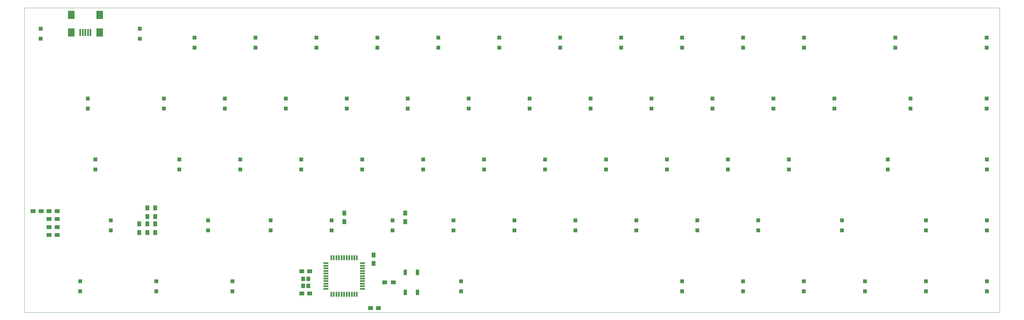
<source format=gbr>
G04 #@! TF.GenerationSoftware,KiCad,Pcbnew,(5.1.4)-1*
G04 #@! TF.CreationDate,2020-02-24T20:41:39-03:00*
G04 #@! TF.ProjectId,TKL2019,544b4c32-3031-4392-9e6b-696361645f70,rev?*
G04 #@! TF.SameCoordinates,Original*
G04 #@! TF.FileFunction,Paste,Bot*
G04 #@! TF.FilePolarity,Positive*
%FSLAX46Y46*%
G04 Gerber Fmt 4.6, Leading zero omitted, Abs format (unit mm)*
G04 Created by KiCad (PCBNEW (5.1.4)-1) date 2020-02-24 20:41:39*
%MOMM*%
%LPD*%
G04 APERTURE LIST*
%ADD10C,0.050000*%
%ADD11R,1.300000X1.500000*%
%ADD12R,1.500000X0.550000*%
%ADD13R,0.550000X1.500000*%
%ADD14R,1.500000X1.250000*%
%ADD15R,0.500000X2.300000*%
%ADD16R,2.000000X2.500000*%
%ADD17R,1.500000X1.300000*%
%ADD18R,1.200000X1.200000*%
%ADD19R,1.000000X1.700000*%
%ADD20R,1.200000X1.400000*%
G04 APERTURE END LIST*
D10*
X17550000Y-122700000D02*
X322300000Y-122700000D01*
X17550000Y-27450000D02*
X17550000Y-122700000D01*
X322300000Y-27450000D02*
X17550000Y-27450000D01*
X322300000Y-122700000D02*
X322300000Y-27450000D01*
D11*
X58430000Y-92750000D03*
X58430000Y-90050000D03*
X58430000Y-97750000D03*
X58430000Y-95050000D03*
X55930000Y-97750000D03*
X55930000Y-95050000D03*
X55930000Y-92750000D03*
X55930000Y-90050000D03*
X53430000Y-95050000D03*
X53430000Y-97750000D03*
D12*
X123150000Y-115350000D03*
X123150000Y-114550000D03*
X123150000Y-113750000D03*
X123150000Y-112950000D03*
X123150000Y-112150000D03*
X123150000Y-111350000D03*
X123150000Y-110550000D03*
X123150000Y-109750000D03*
X123150000Y-108950000D03*
X123150000Y-108150000D03*
X123150000Y-107350000D03*
D13*
X121450000Y-105650000D03*
X120650000Y-105650000D03*
X119850000Y-105650000D03*
X119050000Y-105650000D03*
X118250000Y-105650000D03*
X117450000Y-105650000D03*
X116650000Y-105650000D03*
X115850000Y-105650000D03*
X115050000Y-105650000D03*
X114250000Y-105650000D03*
X113450000Y-105650000D03*
D12*
X111750000Y-107350000D03*
X111750000Y-108150000D03*
X111750000Y-108950000D03*
X111750000Y-109750000D03*
X111750000Y-110550000D03*
X111750000Y-111350000D03*
X111750000Y-112150000D03*
X111750000Y-112950000D03*
X111750000Y-113750000D03*
X111750000Y-114550000D03*
X111750000Y-115350000D03*
D13*
X113450000Y-117050000D03*
X114250000Y-117050000D03*
X115050000Y-117050000D03*
X115850000Y-117050000D03*
X116650000Y-117050000D03*
X117450000Y-117050000D03*
X118250000Y-117050000D03*
X119050000Y-117050000D03*
X119850000Y-117050000D03*
X120650000Y-117050000D03*
X121450000Y-117050000D03*
D14*
X22744000Y-91050000D03*
X20244000Y-91050000D03*
D15*
X35000000Y-35200000D03*
X35800000Y-35200000D03*
X36600000Y-35200000D03*
X37400000Y-35200000D03*
X38200000Y-35200000D03*
D16*
X41050000Y-35200000D03*
X41050000Y-29700000D03*
X32150000Y-29700000D03*
X32150000Y-35200000D03*
D11*
X136594000Y-91700000D03*
X136594000Y-94400000D03*
X117544000Y-94400000D03*
X117544000Y-91700000D03*
X126700000Y-104750000D03*
X126700000Y-107450000D03*
D17*
X130100000Y-113350000D03*
X132800000Y-113350000D03*
D14*
X128200000Y-121350000D03*
X125700000Y-121350000D03*
X25244000Y-93550000D03*
X27744000Y-93550000D03*
X27744000Y-91050000D03*
X25244000Y-91050000D03*
X25244000Y-98550000D03*
X27744000Y-98550000D03*
X25244000Y-96050000D03*
X27744000Y-96050000D03*
X106700000Y-109850000D03*
X104200000Y-109850000D03*
X106700000Y-116850000D03*
X104200000Y-116850000D03*
D18*
X22600000Y-33975000D03*
X22600000Y-37125000D03*
X53600000Y-37125000D03*
X53600000Y-33975000D03*
X70700000Y-39975000D03*
X70700000Y-36825000D03*
X89750000Y-36825000D03*
X89750000Y-39975000D03*
X108800000Y-36825000D03*
X108800000Y-39975000D03*
X127850000Y-39975000D03*
X127850000Y-36825000D03*
X146900000Y-39975000D03*
X146900000Y-36825000D03*
X165950000Y-39975000D03*
X165950000Y-36825000D03*
X185000000Y-39975000D03*
X185000000Y-36825000D03*
X204050000Y-39975000D03*
X204050000Y-36825000D03*
X223100000Y-39975000D03*
X223100000Y-36825000D03*
X242150000Y-36825000D03*
X242150000Y-39975000D03*
X261200000Y-39975000D03*
X261200000Y-36825000D03*
X289750000Y-36825000D03*
X289750000Y-39975000D03*
X318300000Y-36825000D03*
X318300000Y-39975000D03*
X37350000Y-55875000D03*
X37350000Y-59025000D03*
X61150000Y-55875000D03*
X61150000Y-59025000D03*
X80200000Y-59025000D03*
X80200000Y-55875000D03*
X99250000Y-59025000D03*
X99250000Y-55875000D03*
X118300000Y-59025000D03*
X118300000Y-55875000D03*
X137350000Y-59025000D03*
X137350000Y-55875000D03*
X156400000Y-59025000D03*
X156400000Y-55875000D03*
X175450000Y-55875000D03*
X175450000Y-59025000D03*
X194500000Y-55875000D03*
X194500000Y-59025000D03*
X213550000Y-55875000D03*
X213550000Y-59025000D03*
X232600000Y-55875000D03*
X232600000Y-59025000D03*
X251650000Y-59025000D03*
X251650000Y-55875000D03*
X270700000Y-55875000D03*
X270700000Y-59025000D03*
X294500000Y-55875000D03*
X294500000Y-59025000D03*
X318300000Y-55875000D03*
X318300000Y-59025000D03*
X39730000Y-74925000D03*
X39730000Y-78075000D03*
X65930000Y-74925000D03*
X65930000Y-78075000D03*
X84980000Y-78075000D03*
X84980000Y-74925000D03*
X104030000Y-78075000D03*
X104030000Y-74925000D03*
X123080000Y-78075000D03*
X123080000Y-74925000D03*
X142130000Y-78075000D03*
X142130000Y-74925000D03*
X161180000Y-78075000D03*
X161180000Y-74925000D03*
X180230000Y-78075000D03*
X180230000Y-74925000D03*
X199280000Y-78075000D03*
X199280000Y-74925000D03*
X218330000Y-78075000D03*
X218330000Y-74925000D03*
X237380000Y-74925000D03*
X237380000Y-78075000D03*
X256430000Y-74925000D03*
X256430000Y-78075000D03*
X287380000Y-74925000D03*
X287380000Y-78075000D03*
X318330000Y-74925000D03*
X318330000Y-78075000D03*
X44494000Y-93975000D03*
X44494000Y-97125000D03*
X74944000Y-93975000D03*
X74944000Y-97125000D03*
X94494000Y-97125000D03*
X94494000Y-93975000D03*
X113544000Y-97125000D03*
X113544000Y-93975000D03*
X132594000Y-97125000D03*
X132594000Y-93975000D03*
X151644000Y-97125000D03*
X151644000Y-93975000D03*
X170694000Y-97125000D03*
X170694000Y-93975000D03*
X189744000Y-97125000D03*
X189744000Y-93975000D03*
X208794000Y-93975000D03*
X208794000Y-97125000D03*
X227844000Y-93975000D03*
X227844000Y-97125000D03*
X246894000Y-93975000D03*
X246894000Y-97125000D03*
X273086500Y-93975000D03*
X273086500Y-97125000D03*
X299286500Y-93975000D03*
X299286500Y-97125000D03*
X318336500Y-93975000D03*
X318336500Y-97125000D03*
X34969000Y-116175000D03*
X34969000Y-113025000D03*
X58779000Y-116175000D03*
X58779000Y-113025000D03*
X82589000Y-116175000D03*
X82589000Y-113025000D03*
X154029000Y-116175000D03*
X154029000Y-113025000D03*
X223084000Y-116175000D03*
X223084000Y-113025000D03*
X242134000Y-113025000D03*
X242134000Y-116175000D03*
X261100000Y-116125000D03*
X261100000Y-112975000D03*
X280234000Y-113025000D03*
X280234000Y-116175000D03*
X299284000Y-116175000D03*
X299284000Y-113025000D03*
X318334000Y-113025000D03*
X318334000Y-116175000D03*
D19*
X140350000Y-116500000D03*
X140350000Y-110200000D03*
X136550000Y-116500000D03*
X136550000Y-110200000D03*
D20*
X106250000Y-112250000D03*
X106250000Y-114450000D03*
X104650000Y-112250000D03*
X104650000Y-114450000D03*
M02*

</source>
